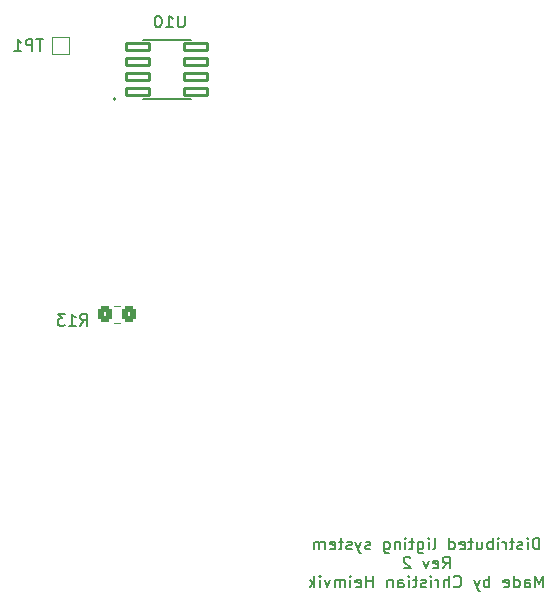
<source format=gbo>
%TF.GenerationSoftware,KiCad,Pcbnew,8.0.4*%
%TF.CreationDate,2024-09-11T20:39:54+02:00*%
%TF.ProjectId,BaseBoard,42617365-426f-4617-9264-2e6b69636164,rev?*%
%TF.SameCoordinates,Original*%
%TF.FileFunction,Legend,Bot*%
%TF.FilePolarity,Positive*%
%FSLAX46Y46*%
G04 Gerber Fmt 4.6, Leading zero omitted, Abs format (unit mm)*
G04 Created by KiCad (PCBNEW 8.0.4) date 2024-09-11 20:39:54*
%MOMM*%
%LPD*%
G01*
G04 APERTURE LIST*
G04 Aperture macros list*
%AMRoundRect*
0 Rectangle with rounded corners*
0 $1 Rounding radius*
0 $2 $3 $4 $5 $6 $7 $8 $9 X,Y pos of 4 corners*
0 Add a 4 corners polygon primitive as box body*
4,1,4,$2,$3,$4,$5,$6,$7,$8,$9,$2,$3,0*
0 Add four circle primitives for the rounded corners*
1,1,$1+$1,$2,$3*
1,1,$1+$1,$4,$5*
1,1,$1+$1,$6,$7*
1,1,$1+$1,$8,$9*
0 Add four rect primitives between the rounded corners*
20,1,$1+$1,$2,$3,$4,$5,0*
20,1,$1+$1,$4,$5,$6,$7,0*
20,1,$1+$1,$6,$7,$8,$9,0*
20,1,$1+$1,$8,$9,$2,$3,0*%
G04 Aperture macros list end*
%ADD10C,0.200000*%
%ADD11C,0.120000*%
%ADD12C,0.127000*%
%ADD13R,2.000000X2.000000*%
%ADD14C,2.000000*%
%ADD15R,1.700000X1.700000*%
%ADD16O,1.700000X1.700000*%
%ADD17R,1.200000X1.200000*%
%ADD18C,1.200000*%
%ADD19O,2.820000X1.512000*%
%ADD20O,1.512000X2.820000*%
%ADD21R,1.600000X1.600000*%
%ADD22C,1.600000*%
%ADD23R,2.000000X1.905000*%
%ADD24O,2.000000X1.905000*%
%ADD25C,1.800000*%
%ADD26RoundRect,0.250000X-0.600000X-0.600000X0.600000X-0.600000X0.600000X0.600000X-0.600000X0.600000X0*%
%ADD27C,1.700000*%
%ADD28R,2.200000X2.200000*%
%ADD29O,2.200000X2.200000*%
%ADD30R,1.050000X1.500000*%
%ADD31O,1.050000X1.500000*%
%ADD32R,1.000000X1.000000*%
%ADD33RoundRect,0.250000X0.350000X0.450000X-0.350000X0.450000X-0.350000X-0.450000X0.350000X-0.450000X0*%
%ADD34RoundRect,0.099250X-0.987750X-0.297750X0.987750X-0.297750X0.987750X0.297750X-0.987750X0.297750X0*%
G04 APERTURE END LIST*
D10*
X167523810Y-113647331D02*
X167523810Y-112647331D01*
X167523810Y-112647331D02*
X167285715Y-112647331D01*
X167285715Y-112647331D02*
X167142858Y-112694950D01*
X167142858Y-112694950D02*
X167047620Y-112790188D01*
X167047620Y-112790188D02*
X167000001Y-112885426D01*
X167000001Y-112885426D02*
X166952382Y-113075902D01*
X166952382Y-113075902D02*
X166952382Y-113218759D01*
X166952382Y-113218759D02*
X167000001Y-113409235D01*
X167000001Y-113409235D02*
X167047620Y-113504473D01*
X167047620Y-113504473D02*
X167142858Y-113599712D01*
X167142858Y-113599712D02*
X167285715Y-113647331D01*
X167285715Y-113647331D02*
X167523810Y-113647331D01*
X166523810Y-113647331D02*
X166523810Y-112980664D01*
X166523810Y-112647331D02*
X166571429Y-112694950D01*
X166571429Y-112694950D02*
X166523810Y-112742569D01*
X166523810Y-112742569D02*
X166476191Y-112694950D01*
X166476191Y-112694950D02*
X166523810Y-112647331D01*
X166523810Y-112647331D02*
X166523810Y-112742569D01*
X166095239Y-113599712D02*
X166000001Y-113647331D01*
X166000001Y-113647331D02*
X165809525Y-113647331D01*
X165809525Y-113647331D02*
X165714287Y-113599712D01*
X165714287Y-113599712D02*
X165666668Y-113504473D01*
X165666668Y-113504473D02*
X165666668Y-113456854D01*
X165666668Y-113456854D02*
X165714287Y-113361616D01*
X165714287Y-113361616D02*
X165809525Y-113313997D01*
X165809525Y-113313997D02*
X165952382Y-113313997D01*
X165952382Y-113313997D02*
X166047620Y-113266378D01*
X166047620Y-113266378D02*
X166095239Y-113171140D01*
X166095239Y-113171140D02*
X166095239Y-113123521D01*
X166095239Y-113123521D02*
X166047620Y-113028283D01*
X166047620Y-113028283D02*
X165952382Y-112980664D01*
X165952382Y-112980664D02*
X165809525Y-112980664D01*
X165809525Y-112980664D02*
X165714287Y-113028283D01*
X165380953Y-112980664D02*
X165000001Y-112980664D01*
X165238096Y-112647331D02*
X165238096Y-113504473D01*
X165238096Y-113504473D02*
X165190477Y-113599712D01*
X165190477Y-113599712D02*
X165095239Y-113647331D01*
X165095239Y-113647331D02*
X165000001Y-113647331D01*
X164666667Y-113647331D02*
X164666667Y-112980664D01*
X164666667Y-113171140D02*
X164619048Y-113075902D01*
X164619048Y-113075902D02*
X164571429Y-113028283D01*
X164571429Y-113028283D02*
X164476191Y-112980664D01*
X164476191Y-112980664D02*
X164380953Y-112980664D01*
X164047619Y-113647331D02*
X164047619Y-112980664D01*
X164047619Y-112647331D02*
X164095238Y-112694950D01*
X164095238Y-112694950D02*
X164047619Y-112742569D01*
X164047619Y-112742569D02*
X164000000Y-112694950D01*
X164000000Y-112694950D02*
X164047619Y-112647331D01*
X164047619Y-112647331D02*
X164047619Y-112742569D01*
X163571429Y-113647331D02*
X163571429Y-112647331D01*
X163571429Y-113028283D02*
X163476191Y-112980664D01*
X163476191Y-112980664D02*
X163285715Y-112980664D01*
X163285715Y-112980664D02*
X163190477Y-113028283D01*
X163190477Y-113028283D02*
X163142858Y-113075902D01*
X163142858Y-113075902D02*
X163095239Y-113171140D01*
X163095239Y-113171140D02*
X163095239Y-113456854D01*
X163095239Y-113456854D02*
X163142858Y-113552092D01*
X163142858Y-113552092D02*
X163190477Y-113599712D01*
X163190477Y-113599712D02*
X163285715Y-113647331D01*
X163285715Y-113647331D02*
X163476191Y-113647331D01*
X163476191Y-113647331D02*
X163571429Y-113599712D01*
X162238096Y-112980664D02*
X162238096Y-113647331D01*
X162666667Y-112980664D02*
X162666667Y-113504473D01*
X162666667Y-113504473D02*
X162619048Y-113599712D01*
X162619048Y-113599712D02*
X162523810Y-113647331D01*
X162523810Y-113647331D02*
X162380953Y-113647331D01*
X162380953Y-113647331D02*
X162285715Y-113599712D01*
X162285715Y-113599712D02*
X162238096Y-113552092D01*
X161904762Y-112980664D02*
X161523810Y-112980664D01*
X161761905Y-112647331D02*
X161761905Y-113504473D01*
X161761905Y-113504473D02*
X161714286Y-113599712D01*
X161714286Y-113599712D02*
X161619048Y-113647331D01*
X161619048Y-113647331D02*
X161523810Y-113647331D01*
X160809524Y-113599712D02*
X160904762Y-113647331D01*
X160904762Y-113647331D02*
X161095238Y-113647331D01*
X161095238Y-113647331D02*
X161190476Y-113599712D01*
X161190476Y-113599712D02*
X161238095Y-113504473D01*
X161238095Y-113504473D02*
X161238095Y-113123521D01*
X161238095Y-113123521D02*
X161190476Y-113028283D01*
X161190476Y-113028283D02*
X161095238Y-112980664D01*
X161095238Y-112980664D02*
X160904762Y-112980664D01*
X160904762Y-112980664D02*
X160809524Y-113028283D01*
X160809524Y-113028283D02*
X160761905Y-113123521D01*
X160761905Y-113123521D02*
X160761905Y-113218759D01*
X160761905Y-113218759D02*
X161238095Y-113313997D01*
X159904762Y-113647331D02*
X159904762Y-112647331D01*
X159904762Y-113599712D02*
X160000000Y-113647331D01*
X160000000Y-113647331D02*
X160190476Y-113647331D01*
X160190476Y-113647331D02*
X160285714Y-113599712D01*
X160285714Y-113599712D02*
X160333333Y-113552092D01*
X160333333Y-113552092D02*
X160380952Y-113456854D01*
X160380952Y-113456854D02*
X160380952Y-113171140D01*
X160380952Y-113171140D02*
X160333333Y-113075902D01*
X160333333Y-113075902D02*
X160285714Y-113028283D01*
X160285714Y-113028283D02*
X160190476Y-112980664D01*
X160190476Y-112980664D02*
X160000000Y-112980664D01*
X160000000Y-112980664D02*
X159904762Y-113028283D01*
X158523809Y-113647331D02*
X158619047Y-113599712D01*
X158619047Y-113599712D02*
X158666666Y-113504473D01*
X158666666Y-113504473D02*
X158666666Y-112647331D01*
X158142856Y-113647331D02*
X158142856Y-112980664D01*
X158142856Y-112647331D02*
X158190475Y-112694950D01*
X158190475Y-112694950D02*
X158142856Y-112742569D01*
X158142856Y-112742569D02*
X158095237Y-112694950D01*
X158095237Y-112694950D02*
X158142856Y-112647331D01*
X158142856Y-112647331D02*
X158142856Y-112742569D01*
X157238095Y-112980664D02*
X157238095Y-113790188D01*
X157238095Y-113790188D02*
X157285714Y-113885426D01*
X157285714Y-113885426D02*
X157333333Y-113933045D01*
X157333333Y-113933045D02*
X157428571Y-113980664D01*
X157428571Y-113980664D02*
X157571428Y-113980664D01*
X157571428Y-113980664D02*
X157666666Y-113933045D01*
X157238095Y-113599712D02*
X157333333Y-113647331D01*
X157333333Y-113647331D02*
X157523809Y-113647331D01*
X157523809Y-113647331D02*
X157619047Y-113599712D01*
X157619047Y-113599712D02*
X157666666Y-113552092D01*
X157666666Y-113552092D02*
X157714285Y-113456854D01*
X157714285Y-113456854D02*
X157714285Y-113171140D01*
X157714285Y-113171140D02*
X157666666Y-113075902D01*
X157666666Y-113075902D02*
X157619047Y-113028283D01*
X157619047Y-113028283D02*
X157523809Y-112980664D01*
X157523809Y-112980664D02*
X157333333Y-112980664D01*
X157333333Y-112980664D02*
X157238095Y-113028283D01*
X156904761Y-112980664D02*
X156523809Y-112980664D01*
X156761904Y-112647331D02*
X156761904Y-113504473D01*
X156761904Y-113504473D02*
X156714285Y-113599712D01*
X156714285Y-113599712D02*
X156619047Y-113647331D01*
X156619047Y-113647331D02*
X156523809Y-113647331D01*
X156190475Y-113647331D02*
X156190475Y-112980664D01*
X156190475Y-112647331D02*
X156238094Y-112694950D01*
X156238094Y-112694950D02*
X156190475Y-112742569D01*
X156190475Y-112742569D02*
X156142856Y-112694950D01*
X156142856Y-112694950D02*
X156190475Y-112647331D01*
X156190475Y-112647331D02*
X156190475Y-112742569D01*
X155714285Y-112980664D02*
X155714285Y-113647331D01*
X155714285Y-113075902D02*
X155666666Y-113028283D01*
X155666666Y-113028283D02*
X155571428Y-112980664D01*
X155571428Y-112980664D02*
X155428571Y-112980664D01*
X155428571Y-112980664D02*
X155333333Y-113028283D01*
X155333333Y-113028283D02*
X155285714Y-113123521D01*
X155285714Y-113123521D02*
X155285714Y-113647331D01*
X154380952Y-112980664D02*
X154380952Y-113790188D01*
X154380952Y-113790188D02*
X154428571Y-113885426D01*
X154428571Y-113885426D02*
X154476190Y-113933045D01*
X154476190Y-113933045D02*
X154571428Y-113980664D01*
X154571428Y-113980664D02*
X154714285Y-113980664D01*
X154714285Y-113980664D02*
X154809523Y-113933045D01*
X154380952Y-113599712D02*
X154476190Y-113647331D01*
X154476190Y-113647331D02*
X154666666Y-113647331D01*
X154666666Y-113647331D02*
X154761904Y-113599712D01*
X154761904Y-113599712D02*
X154809523Y-113552092D01*
X154809523Y-113552092D02*
X154857142Y-113456854D01*
X154857142Y-113456854D02*
X154857142Y-113171140D01*
X154857142Y-113171140D02*
X154809523Y-113075902D01*
X154809523Y-113075902D02*
X154761904Y-113028283D01*
X154761904Y-113028283D02*
X154666666Y-112980664D01*
X154666666Y-112980664D02*
X154476190Y-112980664D01*
X154476190Y-112980664D02*
X154380952Y-113028283D01*
X153190475Y-113599712D02*
X153095237Y-113647331D01*
X153095237Y-113647331D02*
X152904761Y-113647331D01*
X152904761Y-113647331D02*
X152809523Y-113599712D01*
X152809523Y-113599712D02*
X152761904Y-113504473D01*
X152761904Y-113504473D02*
X152761904Y-113456854D01*
X152761904Y-113456854D02*
X152809523Y-113361616D01*
X152809523Y-113361616D02*
X152904761Y-113313997D01*
X152904761Y-113313997D02*
X153047618Y-113313997D01*
X153047618Y-113313997D02*
X153142856Y-113266378D01*
X153142856Y-113266378D02*
X153190475Y-113171140D01*
X153190475Y-113171140D02*
X153190475Y-113123521D01*
X153190475Y-113123521D02*
X153142856Y-113028283D01*
X153142856Y-113028283D02*
X153047618Y-112980664D01*
X153047618Y-112980664D02*
X152904761Y-112980664D01*
X152904761Y-112980664D02*
X152809523Y-113028283D01*
X152428570Y-112980664D02*
X152190475Y-113647331D01*
X151952380Y-112980664D02*
X152190475Y-113647331D01*
X152190475Y-113647331D02*
X152285713Y-113885426D01*
X152285713Y-113885426D02*
X152333332Y-113933045D01*
X152333332Y-113933045D02*
X152428570Y-113980664D01*
X151619046Y-113599712D02*
X151523808Y-113647331D01*
X151523808Y-113647331D02*
X151333332Y-113647331D01*
X151333332Y-113647331D02*
X151238094Y-113599712D01*
X151238094Y-113599712D02*
X151190475Y-113504473D01*
X151190475Y-113504473D02*
X151190475Y-113456854D01*
X151190475Y-113456854D02*
X151238094Y-113361616D01*
X151238094Y-113361616D02*
X151333332Y-113313997D01*
X151333332Y-113313997D02*
X151476189Y-113313997D01*
X151476189Y-113313997D02*
X151571427Y-113266378D01*
X151571427Y-113266378D02*
X151619046Y-113171140D01*
X151619046Y-113171140D02*
X151619046Y-113123521D01*
X151619046Y-113123521D02*
X151571427Y-113028283D01*
X151571427Y-113028283D02*
X151476189Y-112980664D01*
X151476189Y-112980664D02*
X151333332Y-112980664D01*
X151333332Y-112980664D02*
X151238094Y-113028283D01*
X150904760Y-112980664D02*
X150523808Y-112980664D01*
X150761903Y-112647331D02*
X150761903Y-113504473D01*
X150761903Y-113504473D02*
X150714284Y-113599712D01*
X150714284Y-113599712D02*
X150619046Y-113647331D01*
X150619046Y-113647331D02*
X150523808Y-113647331D01*
X149809522Y-113599712D02*
X149904760Y-113647331D01*
X149904760Y-113647331D02*
X150095236Y-113647331D01*
X150095236Y-113647331D02*
X150190474Y-113599712D01*
X150190474Y-113599712D02*
X150238093Y-113504473D01*
X150238093Y-113504473D02*
X150238093Y-113123521D01*
X150238093Y-113123521D02*
X150190474Y-113028283D01*
X150190474Y-113028283D02*
X150095236Y-112980664D01*
X150095236Y-112980664D02*
X149904760Y-112980664D01*
X149904760Y-112980664D02*
X149809522Y-113028283D01*
X149809522Y-113028283D02*
X149761903Y-113123521D01*
X149761903Y-113123521D02*
X149761903Y-113218759D01*
X149761903Y-113218759D02*
X150238093Y-113313997D01*
X149333331Y-113647331D02*
X149333331Y-112980664D01*
X149333331Y-113075902D02*
X149285712Y-113028283D01*
X149285712Y-113028283D02*
X149190474Y-112980664D01*
X149190474Y-112980664D02*
X149047617Y-112980664D01*
X149047617Y-112980664D02*
X148952379Y-113028283D01*
X148952379Y-113028283D02*
X148904760Y-113123521D01*
X148904760Y-113123521D02*
X148904760Y-113647331D01*
X148904760Y-113123521D02*
X148857141Y-113028283D01*
X148857141Y-113028283D02*
X148761903Y-112980664D01*
X148761903Y-112980664D02*
X148619046Y-112980664D01*
X148619046Y-112980664D02*
X148523807Y-113028283D01*
X148523807Y-113028283D02*
X148476188Y-113123521D01*
X148476188Y-113123521D02*
X148476188Y-113647331D01*
X159357143Y-115257275D02*
X159690476Y-114781084D01*
X159928571Y-115257275D02*
X159928571Y-114257275D01*
X159928571Y-114257275D02*
X159547619Y-114257275D01*
X159547619Y-114257275D02*
X159452381Y-114304894D01*
X159452381Y-114304894D02*
X159404762Y-114352513D01*
X159404762Y-114352513D02*
X159357143Y-114447751D01*
X159357143Y-114447751D02*
X159357143Y-114590608D01*
X159357143Y-114590608D02*
X159404762Y-114685846D01*
X159404762Y-114685846D02*
X159452381Y-114733465D01*
X159452381Y-114733465D02*
X159547619Y-114781084D01*
X159547619Y-114781084D02*
X159928571Y-114781084D01*
X158547619Y-115209656D02*
X158642857Y-115257275D01*
X158642857Y-115257275D02*
X158833333Y-115257275D01*
X158833333Y-115257275D02*
X158928571Y-115209656D01*
X158928571Y-115209656D02*
X158976190Y-115114417D01*
X158976190Y-115114417D02*
X158976190Y-114733465D01*
X158976190Y-114733465D02*
X158928571Y-114638227D01*
X158928571Y-114638227D02*
X158833333Y-114590608D01*
X158833333Y-114590608D02*
X158642857Y-114590608D01*
X158642857Y-114590608D02*
X158547619Y-114638227D01*
X158547619Y-114638227D02*
X158500000Y-114733465D01*
X158500000Y-114733465D02*
X158500000Y-114828703D01*
X158500000Y-114828703D02*
X158976190Y-114923941D01*
X158166666Y-114590608D02*
X157928571Y-115257275D01*
X157928571Y-115257275D02*
X157690476Y-114590608D01*
X156595237Y-114352513D02*
X156547618Y-114304894D01*
X156547618Y-114304894D02*
X156452380Y-114257275D01*
X156452380Y-114257275D02*
X156214285Y-114257275D01*
X156214285Y-114257275D02*
X156119047Y-114304894D01*
X156119047Y-114304894D02*
X156071428Y-114352513D01*
X156071428Y-114352513D02*
X156023809Y-114447751D01*
X156023809Y-114447751D02*
X156023809Y-114542989D01*
X156023809Y-114542989D02*
X156071428Y-114685846D01*
X156071428Y-114685846D02*
X156642856Y-115257275D01*
X156642856Y-115257275D02*
X156023809Y-115257275D01*
X167857142Y-116867219D02*
X167857142Y-115867219D01*
X167857142Y-115867219D02*
X167523809Y-116581504D01*
X167523809Y-116581504D02*
X167190476Y-115867219D01*
X167190476Y-115867219D02*
X167190476Y-116867219D01*
X166285714Y-116867219D02*
X166285714Y-116343409D01*
X166285714Y-116343409D02*
X166333333Y-116248171D01*
X166333333Y-116248171D02*
X166428571Y-116200552D01*
X166428571Y-116200552D02*
X166619047Y-116200552D01*
X166619047Y-116200552D02*
X166714285Y-116248171D01*
X166285714Y-116819600D02*
X166380952Y-116867219D01*
X166380952Y-116867219D02*
X166619047Y-116867219D01*
X166619047Y-116867219D02*
X166714285Y-116819600D01*
X166714285Y-116819600D02*
X166761904Y-116724361D01*
X166761904Y-116724361D02*
X166761904Y-116629123D01*
X166761904Y-116629123D02*
X166714285Y-116533885D01*
X166714285Y-116533885D02*
X166619047Y-116486266D01*
X166619047Y-116486266D02*
X166380952Y-116486266D01*
X166380952Y-116486266D02*
X166285714Y-116438647D01*
X165380952Y-116867219D02*
X165380952Y-115867219D01*
X165380952Y-116819600D02*
X165476190Y-116867219D01*
X165476190Y-116867219D02*
X165666666Y-116867219D01*
X165666666Y-116867219D02*
X165761904Y-116819600D01*
X165761904Y-116819600D02*
X165809523Y-116771980D01*
X165809523Y-116771980D02*
X165857142Y-116676742D01*
X165857142Y-116676742D02*
X165857142Y-116391028D01*
X165857142Y-116391028D02*
X165809523Y-116295790D01*
X165809523Y-116295790D02*
X165761904Y-116248171D01*
X165761904Y-116248171D02*
X165666666Y-116200552D01*
X165666666Y-116200552D02*
X165476190Y-116200552D01*
X165476190Y-116200552D02*
X165380952Y-116248171D01*
X164523809Y-116819600D02*
X164619047Y-116867219D01*
X164619047Y-116867219D02*
X164809523Y-116867219D01*
X164809523Y-116867219D02*
X164904761Y-116819600D01*
X164904761Y-116819600D02*
X164952380Y-116724361D01*
X164952380Y-116724361D02*
X164952380Y-116343409D01*
X164952380Y-116343409D02*
X164904761Y-116248171D01*
X164904761Y-116248171D02*
X164809523Y-116200552D01*
X164809523Y-116200552D02*
X164619047Y-116200552D01*
X164619047Y-116200552D02*
X164523809Y-116248171D01*
X164523809Y-116248171D02*
X164476190Y-116343409D01*
X164476190Y-116343409D02*
X164476190Y-116438647D01*
X164476190Y-116438647D02*
X164952380Y-116533885D01*
X163285713Y-116867219D02*
X163285713Y-115867219D01*
X163285713Y-116248171D02*
X163190475Y-116200552D01*
X163190475Y-116200552D02*
X162999999Y-116200552D01*
X162999999Y-116200552D02*
X162904761Y-116248171D01*
X162904761Y-116248171D02*
X162857142Y-116295790D01*
X162857142Y-116295790D02*
X162809523Y-116391028D01*
X162809523Y-116391028D02*
X162809523Y-116676742D01*
X162809523Y-116676742D02*
X162857142Y-116771980D01*
X162857142Y-116771980D02*
X162904761Y-116819600D01*
X162904761Y-116819600D02*
X162999999Y-116867219D01*
X162999999Y-116867219D02*
X163190475Y-116867219D01*
X163190475Y-116867219D02*
X163285713Y-116819600D01*
X162476189Y-116200552D02*
X162238094Y-116867219D01*
X161999999Y-116200552D02*
X162238094Y-116867219D01*
X162238094Y-116867219D02*
X162333332Y-117105314D01*
X162333332Y-117105314D02*
X162380951Y-117152933D01*
X162380951Y-117152933D02*
X162476189Y-117200552D01*
X160285713Y-116771980D02*
X160333332Y-116819600D01*
X160333332Y-116819600D02*
X160476189Y-116867219D01*
X160476189Y-116867219D02*
X160571427Y-116867219D01*
X160571427Y-116867219D02*
X160714284Y-116819600D01*
X160714284Y-116819600D02*
X160809522Y-116724361D01*
X160809522Y-116724361D02*
X160857141Y-116629123D01*
X160857141Y-116629123D02*
X160904760Y-116438647D01*
X160904760Y-116438647D02*
X160904760Y-116295790D01*
X160904760Y-116295790D02*
X160857141Y-116105314D01*
X160857141Y-116105314D02*
X160809522Y-116010076D01*
X160809522Y-116010076D02*
X160714284Y-115914838D01*
X160714284Y-115914838D02*
X160571427Y-115867219D01*
X160571427Y-115867219D02*
X160476189Y-115867219D01*
X160476189Y-115867219D02*
X160333332Y-115914838D01*
X160333332Y-115914838D02*
X160285713Y-115962457D01*
X159857141Y-116867219D02*
X159857141Y-115867219D01*
X159428570Y-116867219D02*
X159428570Y-116343409D01*
X159428570Y-116343409D02*
X159476189Y-116248171D01*
X159476189Y-116248171D02*
X159571427Y-116200552D01*
X159571427Y-116200552D02*
X159714284Y-116200552D01*
X159714284Y-116200552D02*
X159809522Y-116248171D01*
X159809522Y-116248171D02*
X159857141Y-116295790D01*
X158952379Y-116867219D02*
X158952379Y-116200552D01*
X158952379Y-116391028D02*
X158904760Y-116295790D01*
X158904760Y-116295790D02*
X158857141Y-116248171D01*
X158857141Y-116248171D02*
X158761903Y-116200552D01*
X158761903Y-116200552D02*
X158666665Y-116200552D01*
X158333331Y-116867219D02*
X158333331Y-116200552D01*
X158333331Y-115867219D02*
X158380950Y-115914838D01*
X158380950Y-115914838D02*
X158333331Y-115962457D01*
X158333331Y-115962457D02*
X158285712Y-115914838D01*
X158285712Y-115914838D02*
X158333331Y-115867219D01*
X158333331Y-115867219D02*
X158333331Y-115962457D01*
X157904760Y-116819600D02*
X157809522Y-116867219D01*
X157809522Y-116867219D02*
X157619046Y-116867219D01*
X157619046Y-116867219D02*
X157523808Y-116819600D01*
X157523808Y-116819600D02*
X157476189Y-116724361D01*
X157476189Y-116724361D02*
X157476189Y-116676742D01*
X157476189Y-116676742D02*
X157523808Y-116581504D01*
X157523808Y-116581504D02*
X157619046Y-116533885D01*
X157619046Y-116533885D02*
X157761903Y-116533885D01*
X157761903Y-116533885D02*
X157857141Y-116486266D01*
X157857141Y-116486266D02*
X157904760Y-116391028D01*
X157904760Y-116391028D02*
X157904760Y-116343409D01*
X157904760Y-116343409D02*
X157857141Y-116248171D01*
X157857141Y-116248171D02*
X157761903Y-116200552D01*
X157761903Y-116200552D02*
X157619046Y-116200552D01*
X157619046Y-116200552D02*
X157523808Y-116248171D01*
X157190474Y-116200552D02*
X156809522Y-116200552D01*
X157047617Y-115867219D02*
X157047617Y-116724361D01*
X157047617Y-116724361D02*
X156999998Y-116819600D01*
X156999998Y-116819600D02*
X156904760Y-116867219D01*
X156904760Y-116867219D02*
X156809522Y-116867219D01*
X156476188Y-116867219D02*
X156476188Y-116200552D01*
X156476188Y-115867219D02*
X156523807Y-115914838D01*
X156523807Y-115914838D02*
X156476188Y-115962457D01*
X156476188Y-115962457D02*
X156428569Y-115914838D01*
X156428569Y-115914838D02*
X156476188Y-115867219D01*
X156476188Y-115867219D02*
X156476188Y-115962457D01*
X155571427Y-116867219D02*
X155571427Y-116343409D01*
X155571427Y-116343409D02*
X155619046Y-116248171D01*
X155619046Y-116248171D02*
X155714284Y-116200552D01*
X155714284Y-116200552D02*
X155904760Y-116200552D01*
X155904760Y-116200552D02*
X155999998Y-116248171D01*
X155571427Y-116819600D02*
X155666665Y-116867219D01*
X155666665Y-116867219D02*
X155904760Y-116867219D01*
X155904760Y-116867219D02*
X155999998Y-116819600D01*
X155999998Y-116819600D02*
X156047617Y-116724361D01*
X156047617Y-116724361D02*
X156047617Y-116629123D01*
X156047617Y-116629123D02*
X155999998Y-116533885D01*
X155999998Y-116533885D02*
X155904760Y-116486266D01*
X155904760Y-116486266D02*
X155666665Y-116486266D01*
X155666665Y-116486266D02*
X155571427Y-116438647D01*
X155095236Y-116200552D02*
X155095236Y-116867219D01*
X155095236Y-116295790D02*
X155047617Y-116248171D01*
X155047617Y-116248171D02*
X154952379Y-116200552D01*
X154952379Y-116200552D02*
X154809522Y-116200552D01*
X154809522Y-116200552D02*
X154714284Y-116248171D01*
X154714284Y-116248171D02*
X154666665Y-116343409D01*
X154666665Y-116343409D02*
X154666665Y-116867219D01*
X153428569Y-116867219D02*
X153428569Y-115867219D01*
X153428569Y-116343409D02*
X152857141Y-116343409D01*
X152857141Y-116867219D02*
X152857141Y-115867219D01*
X151999998Y-116819600D02*
X152095236Y-116867219D01*
X152095236Y-116867219D02*
X152285712Y-116867219D01*
X152285712Y-116867219D02*
X152380950Y-116819600D01*
X152380950Y-116819600D02*
X152428569Y-116724361D01*
X152428569Y-116724361D02*
X152428569Y-116343409D01*
X152428569Y-116343409D02*
X152380950Y-116248171D01*
X152380950Y-116248171D02*
X152285712Y-116200552D01*
X152285712Y-116200552D02*
X152095236Y-116200552D01*
X152095236Y-116200552D02*
X151999998Y-116248171D01*
X151999998Y-116248171D02*
X151952379Y-116343409D01*
X151952379Y-116343409D02*
X151952379Y-116438647D01*
X151952379Y-116438647D02*
X152428569Y-116533885D01*
X151523807Y-116867219D02*
X151523807Y-116200552D01*
X151523807Y-115867219D02*
X151571426Y-115914838D01*
X151571426Y-115914838D02*
X151523807Y-115962457D01*
X151523807Y-115962457D02*
X151476188Y-115914838D01*
X151476188Y-115914838D02*
X151523807Y-115867219D01*
X151523807Y-115867219D02*
X151523807Y-115962457D01*
X151047617Y-116867219D02*
X151047617Y-116200552D01*
X151047617Y-116295790D02*
X150999998Y-116248171D01*
X150999998Y-116248171D02*
X150904760Y-116200552D01*
X150904760Y-116200552D02*
X150761903Y-116200552D01*
X150761903Y-116200552D02*
X150666665Y-116248171D01*
X150666665Y-116248171D02*
X150619046Y-116343409D01*
X150619046Y-116343409D02*
X150619046Y-116867219D01*
X150619046Y-116343409D02*
X150571427Y-116248171D01*
X150571427Y-116248171D02*
X150476189Y-116200552D01*
X150476189Y-116200552D02*
X150333332Y-116200552D01*
X150333332Y-116200552D02*
X150238093Y-116248171D01*
X150238093Y-116248171D02*
X150190474Y-116343409D01*
X150190474Y-116343409D02*
X150190474Y-116867219D01*
X149809522Y-116200552D02*
X149571427Y-116867219D01*
X149571427Y-116867219D02*
X149333332Y-116200552D01*
X148952379Y-116867219D02*
X148952379Y-116200552D01*
X148952379Y-115867219D02*
X148999998Y-115914838D01*
X148999998Y-115914838D02*
X148952379Y-115962457D01*
X148952379Y-115962457D02*
X148904760Y-115914838D01*
X148904760Y-115914838D02*
X148952379Y-115867219D01*
X148952379Y-115867219D02*
X148952379Y-115962457D01*
X148476189Y-116867219D02*
X148476189Y-115867219D01*
X148380951Y-116486266D02*
X148095237Y-116867219D01*
X148095237Y-116200552D02*
X148476189Y-116581504D01*
X125511904Y-70452219D02*
X124940476Y-70452219D01*
X125226190Y-71452219D02*
X125226190Y-70452219D01*
X124607142Y-71452219D02*
X124607142Y-70452219D01*
X124607142Y-70452219D02*
X124226190Y-70452219D01*
X124226190Y-70452219D02*
X124130952Y-70499838D01*
X124130952Y-70499838D02*
X124083333Y-70547457D01*
X124083333Y-70547457D02*
X124035714Y-70642695D01*
X124035714Y-70642695D02*
X124035714Y-70785552D01*
X124035714Y-70785552D02*
X124083333Y-70880790D01*
X124083333Y-70880790D02*
X124130952Y-70928409D01*
X124130952Y-70928409D02*
X124226190Y-70976028D01*
X124226190Y-70976028D02*
X124607142Y-70976028D01*
X123083333Y-71452219D02*
X123654761Y-71452219D01*
X123369047Y-71452219D02*
X123369047Y-70452219D01*
X123369047Y-70452219D02*
X123464285Y-70595076D01*
X123464285Y-70595076D02*
X123559523Y-70690314D01*
X123559523Y-70690314D02*
X123654761Y-70737933D01*
X128642857Y-94702219D02*
X128976190Y-94226028D01*
X129214285Y-94702219D02*
X129214285Y-93702219D01*
X129214285Y-93702219D02*
X128833333Y-93702219D01*
X128833333Y-93702219D02*
X128738095Y-93749838D01*
X128738095Y-93749838D02*
X128690476Y-93797457D01*
X128690476Y-93797457D02*
X128642857Y-93892695D01*
X128642857Y-93892695D02*
X128642857Y-94035552D01*
X128642857Y-94035552D02*
X128690476Y-94130790D01*
X128690476Y-94130790D02*
X128738095Y-94178409D01*
X128738095Y-94178409D02*
X128833333Y-94226028D01*
X128833333Y-94226028D02*
X129214285Y-94226028D01*
X127690476Y-94702219D02*
X128261904Y-94702219D01*
X127976190Y-94702219D02*
X127976190Y-93702219D01*
X127976190Y-93702219D02*
X128071428Y-93845076D01*
X128071428Y-93845076D02*
X128166666Y-93940314D01*
X128166666Y-93940314D02*
X128261904Y-93987933D01*
X127357142Y-93702219D02*
X126738095Y-93702219D01*
X126738095Y-93702219D02*
X127071428Y-94083171D01*
X127071428Y-94083171D02*
X126928571Y-94083171D01*
X126928571Y-94083171D02*
X126833333Y-94130790D01*
X126833333Y-94130790D02*
X126785714Y-94178409D01*
X126785714Y-94178409D02*
X126738095Y-94273647D01*
X126738095Y-94273647D02*
X126738095Y-94511742D01*
X126738095Y-94511742D02*
X126785714Y-94606980D01*
X126785714Y-94606980D02*
X126833333Y-94654600D01*
X126833333Y-94654600D02*
X126928571Y-94702219D01*
X126928571Y-94702219D02*
X127214285Y-94702219D01*
X127214285Y-94702219D02*
X127309523Y-94654600D01*
X127309523Y-94654600D02*
X127357142Y-94606980D01*
X137488094Y-68452219D02*
X137488094Y-69261742D01*
X137488094Y-69261742D02*
X137440475Y-69356980D01*
X137440475Y-69356980D02*
X137392856Y-69404600D01*
X137392856Y-69404600D02*
X137297618Y-69452219D01*
X137297618Y-69452219D02*
X137107142Y-69452219D01*
X137107142Y-69452219D02*
X137011904Y-69404600D01*
X137011904Y-69404600D02*
X136964285Y-69356980D01*
X136964285Y-69356980D02*
X136916666Y-69261742D01*
X136916666Y-69261742D02*
X136916666Y-68452219D01*
X135916666Y-69452219D02*
X136488094Y-69452219D01*
X136202380Y-69452219D02*
X136202380Y-68452219D01*
X136202380Y-68452219D02*
X136297618Y-68595076D01*
X136297618Y-68595076D02*
X136392856Y-68690314D01*
X136392856Y-68690314D02*
X136488094Y-68737933D01*
X135297618Y-68452219D02*
X135202380Y-68452219D01*
X135202380Y-68452219D02*
X135107142Y-68499838D01*
X135107142Y-68499838D02*
X135059523Y-68547457D01*
X135059523Y-68547457D02*
X135011904Y-68642695D01*
X135011904Y-68642695D02*
X134964285Y-68833171D01*
X134964285Y-68833171D02*
X134964285Y-69071266D01*
X134964285Y-69071266D02*
X135011904Y-69261742D01*
X135011904Y-69261742D02*
X135059523Y-69356980D01*
X135059523Y-69356980D02*
X135107142Y-69404600D01*
X135107142Y-69404600D02*
X135202380Y-69452219D01*
X135202380Y-69452219D02*
X135297618Y-69452219D01*
X135297618Y-69452219D02*
X135392856Y-69404600D01*
X135392856Y-69404600D02*
X135440475Y-69356980D01*
X135440475Y-69356980D02*
X135488094Y-69261742D01*
X135488094Y-69261742D02*
X135535713Y-69071266D01*
X135535713Y-69071266D02*
X135535713Y-68833171D01*
X135535713Y-68833171D02*
X135488094Y-68642695D01*
X135488094Y-68642695D02*
X135440475Y-68547457D01*
X135440475Y-68547457D02*
X135392856Y-68499838D01*
X135392856Y-68499838D02*
X135297618Y-68452219D01*
D11*
%TO.C,TP1*%
X126300000Y-70300000D02*
X127700000Y-70300000D01*
X126300000Y-71700000D02*
X126300000Y-70300000D01*
X127700000Y-70300000D02*
X127700000Y-71700000D01*
X127700000Y-71700000D02*
X126300000Y-71700000D01*
%TO.C,R13*%
X131522936Y-93015000D02*
X131977064Y-93015000D01*
X131522936Y-94485000D02*
X131977064Y-94485000D01*
D12*
%TO.C,U10*%
X138000000Y-70480000D02*
X134000000Y-70480000D01*
X138000000Y-75520000D02*
X134000000Y-75520000D01*
D10*
X131655000Y-75495000D02*
G75*
G02*
X131455000Y-75495000I-100000J0D01*
G01*
X131455000Y-75495000D02*
G75*
G02*
X131655000Y-75495000I100000J0D01*
G01*
%TD*%
%LPC*%
D11*
%TO.C,J1*%
X115550000Y-61350000D02*
G75*
G02*
X113950000Y-61350000I-800000J0D01*
G01*
X113950000Y-61350000D02*
G75*
G02*
X115550000Y-61350000I800000J0D01*
G01*
X115650000Y-65850000D02*
G75*
G02*
X113850000Y-65850000I-900000J0D01*
G01*
X113850000Y-65850000D02*
G75*
G02*
X115650000Y-65850000I900000J0D01*
G01*
%TD*%
D13*
%TO.C,C1*%
X127000000Y-68500000D03*
D14*
X127000000Y-61000000D03*
%TD*%
D15*
%TO.C,RV2*%
X166519250Y-109917500D03*
D16*
X166519250Y-107377500D03*
X166519250Y-104837500D03*
%TD*%
D15*
%TO.C,J2*%
X113080000Y-96000000D03*
D16*
X110540000Y-96000000D03*
X108000000Y-96000000D03*
%TD*%
D17*
%TO.C,C18*%
X130000000Y-73250000D03*
D18*
X130000000Y-71250000D03*
%TD*%
%TO.C,J5*%
X173480750Y-127662500D03*
X173480750Y-130162500D03*
X178480750Y-122662500D03*
X183480750Y-127662500D03*
X183480750Y-130162500D03*
D19*
X178480750Y-127662500D03*
D20*
X183480750Y-122662500D03*
X173480750Y-122662500D03*
%TD*%
D21*
%TO.C,C2*%
X114250000Y-74817621D03*
D22*
X114250000Y-77317621D03*
%TD*%
D23*
%TO.C,U2*%
X106695000Y-88172323D03*
D24*
X106695000Y-85632323D03*
X106695000Y-83092323D03*
%TD*%
D15*
%TO.C,J3*%
X141475000Y-130975000D03*
D16*
X144015000Y-130975000D03*
X146555000Y-130975000D03*
%TD*%
D17*
%TO.C,C19*%
X126527401Y-80500000D03*
D18*
X128527401Y-80500000D03*
%TD*%
D25*
%TO.C,J1*%
X114750000Y-65850000D03*
D22*
X114750000Y-61350000D03*
%TD*%
D15*
%TO.C,RV1*%
X154019250Y-104837500D03*
D16*
X154019250Y-107377500D03*
X154019250Y-109917500D03*
%TD*%
D15*
%TO.C,J8*%
X188850000Y-90250000D03*
D16*
X188850000Y-87710000D03*
X188850000Y-85170000D03*
X188850000Y-82630000D03*
%TD*%
D18*
%TO.C,J4*%
X159480750Y-127662500D03*
X159480750Y-130162500D03*
X164480750Y-122662500D03*
X169480750Y-127662500D03*
X169480750Y-130162500D03*
D19*
X164480750Y-127662500D03*
D20*
X169480750Y-122662500D03*
X159480750Y-122662500D03*
%TD*%
D26*
%TO.C,J7*%
X186302500Y-64920000D03*
D27*
X188842500Y-64920000D03*
X186302500Y-67460000D03*
X188842500Y-67460000D03*
X186302500Y-70000000D03*
X188842500Y-70000000D03*
X186302500Y-72540000D03*
X188842500Y-72540000D03*
X186302500Y-75080000D03*
X188842500Y-75080000D03*
%TD*%
D15*
%TO.C,J9*%
X143025000Y-79200000D03*
D16*
X143025000Y-81740000D03*
X143025000Y-84280000D03*
X143025000Y-86820000D03*
%TD*%
D28*
%TO.C,D6*%
X135750000Y-80670000D03*
D29*
X135750000Y-90830000D03*
%TD*%
D15*
%TO.C,J6*%
X122250000Y-96000000D03*
D16*
X119710000Y-96000000D03*
%TD*%
D23*
%TO.C,U1*%
X106695000Y-77290000D03*
D24*
X106695000Y-74750000D03*
X106695000Y-72210000D03*
%TD*%
D13*
%TO.C,C3*%
X118250000Y-84500000D03*
D14*
X118250000Y-92000000D03*
%TD*%
D30*
%TO.C,Q1*%
X125730000Y-92750000D03*
D31*
X127000000Y-92750000D03*
X128270000Y-92750000D03*
%TD*%
D28*
%TO.C,D5*%
X131750000Y-90750000D03*
D29*
X131750000Y-80590000D03*
%TD*%
D32*
%TO.C,TP1*%
X127000000Y-71000000D03*
%TD*%
D33*
%TO.C,R13*%
X132750000Y-93750000D03*
X130750000Y-93750000D03*
%TD*%
D34*
%TO.C,U10*%
X133525000Y-74905000D03*
X133525000Y-73635000D03*
X133525000Y-72365000D03*
X133525000Y-71095000D03*
X138475000Y-71095000D03*
X138475000Y-72365000D03*
X138475000Y-73635000D03*
X138475000Y-74905000D03*
%TD*%
%LPD*%
M02*

</source>
